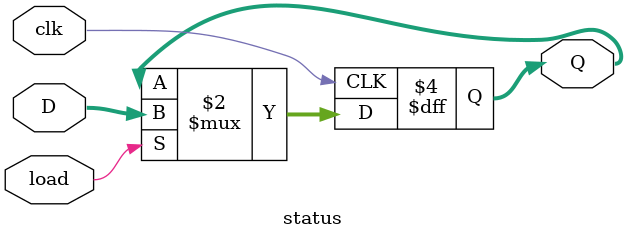
<source format=sv>
module datapath(clk, readnum, vsel, loada, loadb, shift, asel, bsel, ALUop, loadc, 
                        loads, writenum, write, datapath_in, Z_out, C, mdata, sximm8, sximm5, PC); 
    //REGFILE
    reg [15:0] data_in; 
    input [2:0] writenum, readnum;
    input write, clk;
    wire [15:0] data_out;

    //ALU
    reg [15:0] Ain, Bin;
    input [1:0] ALUop;
    wire [15:0] out;
    wire [2:0] Z;

    //SHIFTER
    reg [15:0] in;
    input [1:0] shift;
    wire [15:0] sout;

    //OTHERS
    input asel, bsel, loada, loadb, loadc, loads;
    input [3:0] vsel;
    input [15:0] datapath_in;
    output reg [15:0] C; //change datapath_out to C
    output reg [2:0] Z_out;

    //LAB 6 ADDITIONS
    input [15:0] mdata, sximm8, sximm5;
    input [8:0] PC;

    //calls the regfile module
    regfile REGFILE(
        .data_in(data_in),
        .writenum(writenum),
        .write(write),
        .readnum(readnum),
        .clk(clk),
        .data_out(data_out)
    );

    //calls the ALU module
    ALU ALU(
        .Ain(Ain),
        .Bin(Bin),
        .ALUop(ALUop),
        .out(out),
        .Z(Z)
    );

    //calls the shifter module
    shifter SHIFTER(
        .in(in),
        .shift(shift),
        .sout(sout)
    );

    // multiplexer to determine what value you want to register (set to data_in)
    // lab 5: assign data_in = vsel ? datapath_in : datapath_out;

    always @(*) begin
	    case(vsel)
        	4'b0001: data_in = mdata;
        	4'b0010: data_in = sximm8;
        	4'b0100: data_in = {8'b0,PC};
        	4'b1000: data_in = C;
        	default: data_in = 16'bxxxxxxxxxxxxxxxx;
    	endcase
    end

    //declaring the outputs of each flipflop
    reg [15:0] Aout, Bout, Cout;

    //flipflop A which takes whatever value stored in data_out and holds it until clk is pressed
    //the that value is copied to Aout
    flipflop A_clk(
        .clk(clk),
        .D(data_out),
        .load(loada),
        .Q(Aout)
    );
    
    //allows for more complex instructions when Ain is set to 0
    assign Ain = asel ? 16'b0 : Aout;
    
    //flipflop B which takes whatever value stored in data_out when loadb is 1
    //and holds it until clk is pressed
    //the that value is copied to Bout
    flipflop B_clk(
        .clk(clk),
        .D(data_out),
        .load(loadb),
        .Q(Bout)
    );

    //sets in to the value of Bout to match the diagram on the lab sheet
    assign in = Bout;

    // if bsel is 1 (TRUE) Bin is set to the concatenation of 11 bits of 0 
    // and the first 5 bits of datapath_in
    // if bsel is 0 (FALSE) Bin is set to sout
    assign Bin = bsel ? sximm5 : sout;

    //flipflop C which takes whatever value stored in out after the ALU operation,
    //and loads it into loadc until clk is pressed, then the value of loadc gets
    //inputted into Cout
    flipflop C_clk(
        .clk(clk),
        .D(out),
        .load(loadc),
        .Q(Cout)
    );

    //sets datapath_out to the value held in Cout to match the diagram
    assign C = Cout;

    //checks to what the status is
    status Z_status(
        .clk(clk),
        .D(Z),
        .load(loads),
        .Q(Z_out)
    );
endmodule

//flipflop module to recieve a 16 bit value
module flipflop(clk,D,load,Q);
  input clk;
  input [15:0] D;
  input load;
  output reg [15:0] Q;

  always @(posedge clk) begin
    if(load)
      Q <= D;
  end
endmodule

module status(clk,D,load,Q);
  input clk;
  input [2:0] D;
  input load;
  output reg [2:0] Q;

  always @(posedge clk) begin
    if(load)
      Q <= D;
  end
endmodule
</source>
